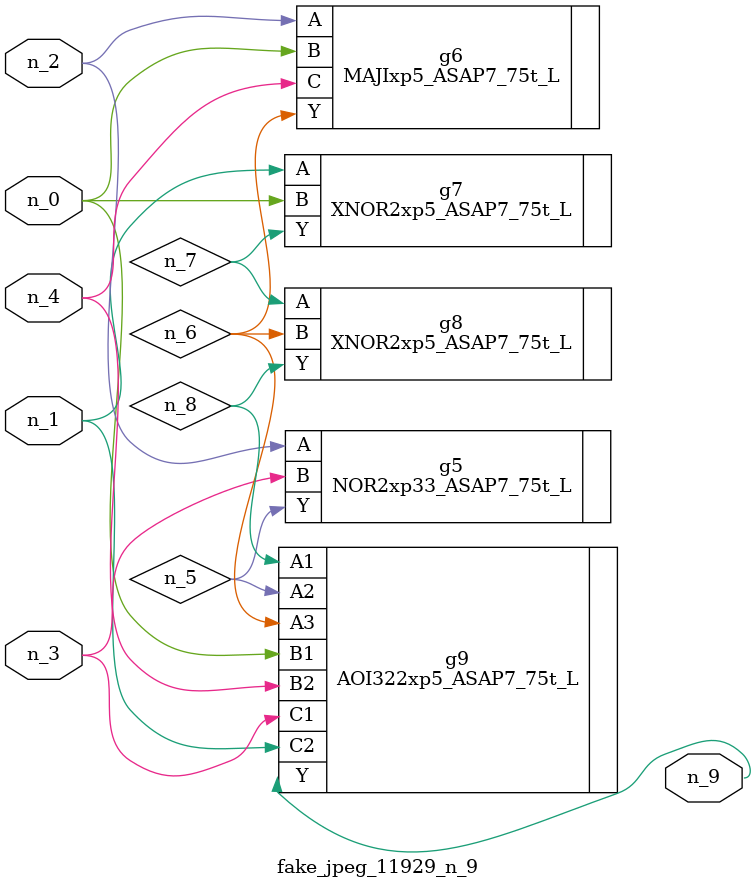
<source format=v>
module fake_jpeg_11929_n_9 (n_3, n_2, n_1, n_0, n_4, n_9);

input n_3;
input n_2;
input n_1;
input n_0;
input n_4;

output n_9;

wire n_8;
wire n_6;
wire n_5;
wire n_7;

NOR2xp33_ASAP7_75t_L g5 ( 
.A(n_2),
.B(n_3),
.Y(n_5)
);

MAJIxp5_ASAP7_75t_L g6 ( 
.A(n_2),
.B(n_0),
.C(n_4),
.Y(n_6)
);

XNOR2xp5_ASAP7_75t_L g7 ( 
.A(n_1),
.B(n_0),
.Y(n_7)
);

XNOR2xp5_ASAP7_75t_L g8 ( 
.A(n_7),
.B(n_6),
.Y(n_8)
);

AOI322xp5_ASAP7_75t_L g9 ( 
.A1(n_8),
.A2(n_5),
.A3(n_6),
.B1(n_0),
.B2(n_4),
.C1(n_3),
.C2(n_1),
.Y(n_9)
);


endmodule
</source>
